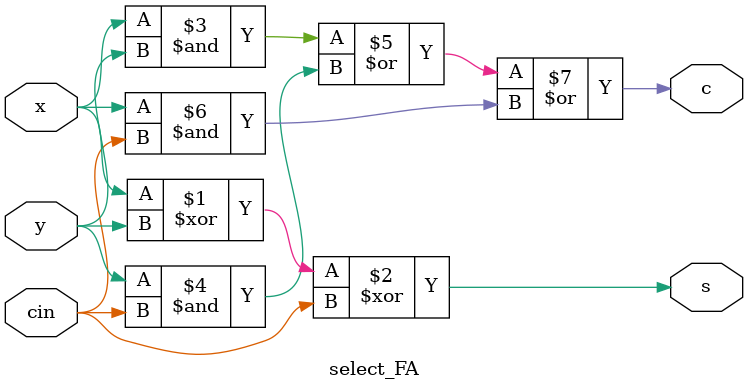
<source format=sv>
module select_adder (
	input  [15:0] A, B,
	input         cin,
	output [15:0] S,
	output        cout
);

    /* TODO
     *
     * Insert code here to implement a CSA adder.
     * Your code should be completly combinational (don't use always_ff or always_latch).
     * Feel free to create sub-modules or other files. */ 
	  
	  logic c4,c8,c12;
	  
	  four_bit_adder ss0(.x(A[3:0]), .y(B[3:0]), .cin(cin), .s(S[3:0]), .cout(c4));
	  select_strcut ss1(.x(A[7:4]), .y(B[7:4]), .cin(c4), .s(S[7:4]), .cout(c8));
	  select_strcut ss2(.x(A[11:8]), .y(B[11:8]), .cin(c8), .s(S[11:8]), .cout(c12));
	  select_strcut ss3(.x(A[15:12]), .y(B[15:12]), .cin(c12), .s(S[15:12]), .cout(cout));

endmodule

module select_strcut(
							input  [3:0]x,
							input  [3:0]y,
							input 	 cin, 
							output logic [3:0]s,
							output 	cout

);

	logic [3:0] s_for_0;
	logic [3:0] s_for_1;
	logic cout_for_0;
	logic cout_for_1;

	four_bit_adder for_0(.x(x[3:0]), .y(y[3:0]), .cin(0), .s(s_for_0[3:0]), .cout(cout_for_0));
	four_bit_adder for_1(.x(x[3:0]), .y(y[3:0]), .cin(1), .s(s_for_1[3:0]), .cout(cout_for_1));

	always_comb
	begin
		if (cin == 1'b0)
			begin
				 s[0] = s_for_0[0];
				 s[1] = s_for_0[1];
				 s[2] = s_for_0[2];
				 s[3] = s_for_0[3];
			end
		else
			begin
				 s[0] = s_for_1[0];
				 s[1] = s_for_1[1];
				 s[2] = s_for_1[2];
				 s[3] = s_for_1[3]; 
			end
	end
		
	assign cout = (cin & cout_for_1) | cout_for_0;

 
endmodule



module four_bit_adder(	
								input [3:0]x,
								input [3:0]y,
								input 	cin,
								output [3:0]s,
								output 	cout
);

	logic c0,c1,c2;
	select_FA fa0(.x(x[0]), .y(y[0]), .cin(cin), .s(s[0]), .c(c0));
	select_FA fa1(.x(x[1]), .y(y[1]), .cin(c0), .s(s[1]), .c(c1));
	select_FA fa2(.x(x[2]), .y(y[2]), .cin(c1), .s(s[2]), .c(c2));
	select_FA fa3(.x(x[3]), .y(y[3]), .cin(c2), .s(s[3]), .c(cout));


endmodule


module select_FA(
	input x, y, cin,
	output s, c);
	
		assign s = x^y^cin;
		assign c = (x&y)|(y&cin)|(x&cin);
		
endmodule
</source>
